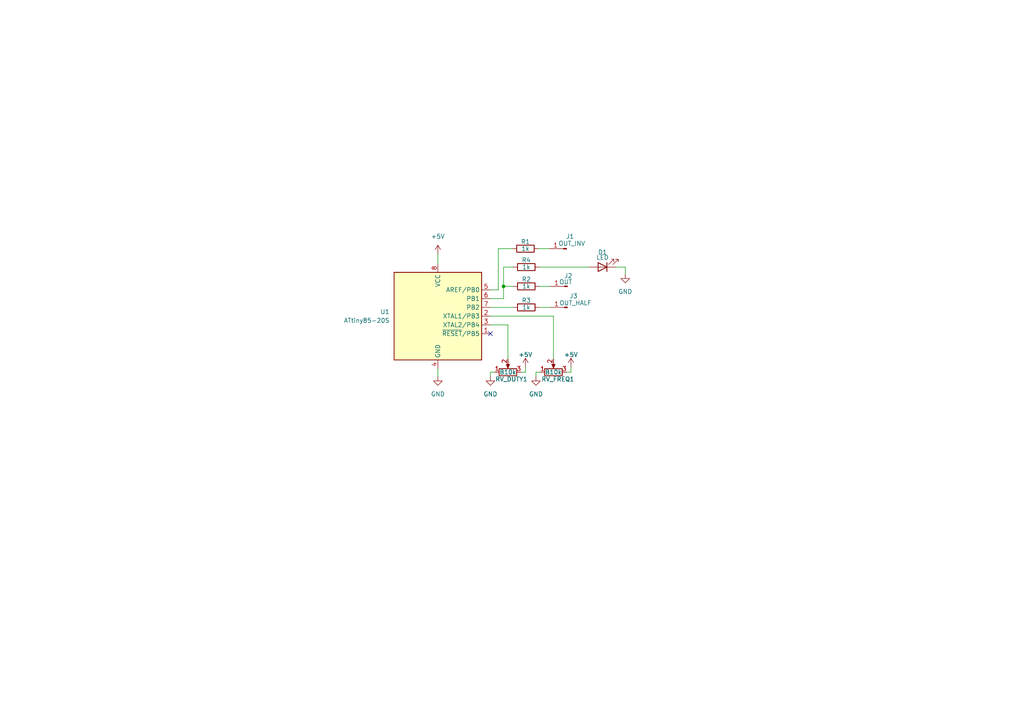
<source format=kicad_sch>
(kicad_sch (version 20230121) (generator eeschema)
  (paper "A4")
  (lib_symbols
    (symbol "Connector:Conn_01x01_Pin" (pin_names (offset 1.016) hide)
      (property "Reference" "J" (at 0 2.54 0))
      (property "Value" "Conn_01x01_Pin" (at 0 -2.54 0))
      (symbol "Conn_01x01_Pin_1_1"
        (polyline (pts (xy 1.27 0) (xy 0.8636 0)) (stroke (width 0.1524)))
        (rectangle (start 0.8636 0.127) (end 0 -0.127) (stroke (width 0.1524)) (fill (type outline)))
        (pin passive line (at 5.08 0 180) (length 3.81) (name "Pin_1") (number "1"))
      )
    )
    (symbol "Device:LED" (pin_numbers hide) (pin_names (offset 1.016) hide)
      (property "Reference" "D" (at 0 2.54 0))
      (property "Value" "LED" (at 0 -2.54 0))
      (symbol "LED_0_1"
        (polyline (pts (xy -1.27 -1.27) (xy -1.27 1.27)) (stroke (width 0.254)))
        (polyline (pts (xy -1.27 0) (xy 1.27 0)))
        (polyline (pts (xy 1.27 -1.27) (xy 1.27 1.27) (xy -1.27 0) (xy 1.27 -1.27)) (stroke (width 0.254)))
        (polyline (pts (xy -3.048 -0.762) (xy -4.572 -2.286) (xy -3.81 -2.286) (xy -4.572 -2.286) (xy -4.572 -1.524)))
        (polyline (pts (xy -1.778 -0.762) (xy -3.302 -2.286) (xy -2.54 -2.286) (xy -3.302 -2.286) (xy -3.302 -1.524)))
      )
      (symbol "LED_1_1"
        (pin passive line (at -3.81 0 0) (length 2.54) (name "K") (number "1"))
        (pin passive line (at 3.81 0 180) (length 2.54) (name "A") (number "2"))
      )
    )
    (symbol "Device:R" (pin_numbers hide) (pin_names (offset 0))
      (property "Reference" "R" (at 2.032 0 90))
      (property "Value" "R" (at 0 0 90))
      (symbol "R_0_1"
        (rectangle (start -1.016 -2.54) (end 1.016 2.54) (stroke (width 0.254)))
      )
      (symbol "R_1_1"
        (pin passive line (at 0 3.81 270) (length 1.27) (name "~") (number "1"))
        (pin passive line (at 0 -3.81 90) (length 1.27) (name "~") (number "2"))
      )
    )
    (symbol "Device:R_Potentiometer" (pin_names (offset 1.016) hide)
      (property "Reference" "RV" (at -4.445 0 90))
      (property "Value" "R_Potentiometer" (at -2.54 0 90))
      (symbol "R_Potentiometer_0_1"
        (polyline (pts (xy 2.54 0) (xy 1.524 0)))
        (polyline (pts (xy 1.143 0) (xy 2.286 0.508) (xy 2.286 -0.508) (xy 1.143 0)) (fill (type outline)))
        (rectangle (start 1.016 2.54) (end -1.016 -2.54) (stroke (width 0.254)))
      )
      (symbol "R_Potentiometer_1_1"
        (pin passive line (at 0 3.81 270) (length 1.27) (name "1") (number "1"))
        (pin passive line (at 3.81 0 180) (length 1.27) (name "2") (number "2"))
        (pin passive line (at 0 -3.81 90) (length 1.27) (name "3") (number "3"))
      )
    )
    (symbol "MCU_Microchip_ATtiny:ATtiny85-20S"
      (property "Reference" "U" (at -12.7 13.97 0))
      (property "Value" "ATtiny85-20S" (at 2.54 -13.97 0))
      (symbol "ATtiny85-20S_0_1"
        (rectangle (start -12.7 -12.7) (end 12.7 12.7) (stroke (width 0.254)) (fill (type background)))
      )
      (symbol "ATtiny85-20S_1_1"
        (pin bidirectional line (at 15.24 -5.08 180) (length 2.54) (name "~{RESET}/PB5") (number "1"))
        (pin bidirectional line (at 15.24 0 180) (length 2.54) (name "XTAL1/PB3") (number "2"))
        (pin bidirectional line (at 15.24 -2.54 180) (length 2.54) (name "XTAL2/PB4") (number "3"))
        (pin power_in line (at 0 -15.24 90) (length 2.54) (name "GND") (number "4"))
        (pin bidirectional line (at 15.24 7.62 180) (length 2.54) (name "AREF/PB0") (number "5"))
        (pin bidirectional line (at 15.24 5.08 180) (length 2.54) (name "PB1") (number "6"))
        (pin bidirectional line (at 15.24 2.54 180) (length 2.54) (name "PB2") (number "7"))
        (pin power_in line (at 0 15.24 270) (length 2.54) (name "VCC") (number "8"))
      )
    )
    (symbol "power:+5V" (power) (pin_names (offset 0))
      (property "Value" "+5V" (at 0 3.556 0))
      (symbol "+5V_0_1"
        (polyline (pts (xy -0.762 1.27) (xy 0 2.54)))
        (polyline (pts (xy 0 0) (xy 0 2.54)))
        (polyline (pts (xy 0 2.54) (xy 0.762 1.27)))
      )
      (symbol "+5V_1_1"
        (pin power_in line (at 0 0 90) (length 0) hide (name "+5V") (number "1"))
      )
    )
    (symbol "power:GND" (power) (pin_names (offset 0))
      (property "Value" "GND" (at 0 -3.81 0))
      (symbol "GND_0_1"
        (polyline (pts (xy 0 0) (xy 0 -1.27) (xy 1.27 -1.27) (xy 0 -2.54) (xy -1.27 -1.27) (xy 0 -1.27)))
      )
      (symbol "GND_1_1"
        (pin power_in line (at 0 0 270) (length 0) hide (name "GND") (number "1"))
      )
    )
  )
  (junction (at 146.05 83.058))
  (no_connect (at 142.24 96.774))
  (wire (pts (xy 144.526 84.074) (xy 142.24 84.074)))
  (wire (pts (xy 142.24 86.614) (xy 146.05 86.614)))
  (wire (pts (xy 156.21 72.136) (xy 159.258 72.136)))
  (wire (pts (xy 127 73.66) (xy 127 76.454)))
  (wire (pts (xy 148.59 72.136) (xy 144.526 72.136)))
  (wire (pts (xy 181.356 77.47) (xy 181.356 79.502)))
  (wire (pts (xy 144.526 72.136) (xy 144.526 84.074)))
  (wire (pts (xy 155.448 109.22) (xy 155.448 107.95)))
  (wire (pts (xy 127 106.934) (xy 127 109.22)))
  (wire (pts (xy 156.464 89.154) (xy 159.512 89.154)))
  (wire (pts (xy 181.356 77.47) (xy 178.562 77.47)))
  (wire (pts (xy 142.24 109.22) (xy 142.24 107.95)))
  (wire (pts (xy 152.4 107.95) (xy 151.13 107.95)))
  (wire (pts (xy 146.05 77.47) (xy 148.844 77.47)))
  (wire (pts (xy 152.4 106.426) (xy 152.4 107.95)))
  (wire (pts (xy 146.05 83.058) (xy 146.05 86.614)))
  (wire (pts (xy 146.05 77.47) (xy 146.05 83.058)))
  (wire (pts (xy 147.32 94.234) (xy 147.32 104.14)))
  (wire (pts (xy 160.528 104.14) (xy 160.528 91.694)))
  (wire (pts (xy 142.24 107.95) (xy 143.51 107.95)))
  (wire (pts (xy 142.24 94.234) (xy 147.32 94.234)))
  (wire (pts (xy 156.464 83.058) (xy 159.512 83.058)))
  (wire (pts (xy 160.528 91.694) (xy 142.24 91.694)))
  (wire (pts (xy 155.448 107.95) (xy 156.718 107.95)))
  (wire (pts (xy 156.464 77.47) (xy 170.942 77.47)))
  (wire (pts (xy 146.05 83.058) (xy 148.844 83.058)))
  (wire (pts (xy 165.608 107.95) (xy 164.338 107.95)))
  (wire (pts (xy 165.608 106.426) (xy 165.608 107.95)))
  (wire (pts (xy 142.24 89.154) (xy 148.844 89.154)))
  (symbol (lib_id "Connector:Conn_01x01_Pin") (at 164.592 89.154 180) (unit 1)
    (property "Reference" "J3" (at 166.37 85.852 0))
    (property "Value" "OUT_HALF" (at 166.878 87.884 0))
  )
  (symbol (lib_id "power:+5V") (at 165.608 106.426 0) (unit 1)
    (property "Reference" "#PWR04" (effects hide))
    (property "Value" "+5V" (at 165.608 102.87 0))
  )
  (symbol (lib_id "Device:R") (at 152.654 89.154 90) (unit 1)
    (property "Reference" "R3" (at 152.654 87.122 90))
    (property "Value" "1k" (at 152.654 89.154 90))
  )
  (symbol (lib_id "power:GND") (at 181.356 79.502 0) (unit 1)
    (property "Reference" "#PWR07" (effects hide))
    (property "Value" "GND" (at 181.356 84.582 0))
  )
  (symbol (lib_id "Connector:Conn_01x01_Pin") (at 164.338 72.136 180) (unit 1)
    (property "Reference" "J1" (at 165.354 68.58 0))
    (property "Value" "OUT_INV" (at 165.862 70.612 0))
  )
  (symbol (lib_id "MCU_Microchip_ATtiny:ATtiny85-20S") (at 127 91.694 0) (unit 1)
    (property "Reference" "U1" (at 113.03 90.424 0) (effects (justify right)))
    (property "Value" "ATtiny85-20S" (at 113.03 92.964 0) (effects (justify right)))
    (property "Footprint" "Package_SO:SOIC-8W_5.3x5.3mm_P1.27mm" (effects hide))
    (property "Datasheet" "http://ww1.microchip.com/downloads/en/DeviceDoc/atmel-2586-avr-8-bit-microcontroller-attiny25-attiny45-attiny85_datasheet.pdf" (effects hide))
  )
  (symbol (lib_id "Device:R") (at 152.654 83.058 90) (unit 1)
    (property "Reference" "R2" (at 152.654 81.026 90))
    (property "Value" "1k" (at 152.654 83.058 90))
  )
  (symbol (lib_id "Device:R") (at 152.4 72.136 90) (unit 1)
    (property "Reference" "R1" (at 152.4 70.104 90))
    (property "Value" "1k" (at 152.4 72.136 90))
  )
  (symbol (lib_id "Connector:Conn_01x01_Pin") (at 164.592 83.058 180) (unit 1)
    (property "Reference" "J2" (at 164.846 80.01 0))
    (property "Value" "OUT" (at 164.084 81.788 0))
  )
  (symbol (lib_id "Device:R") (at 152.654 77.47 90) (unit 1)
    (property "Reference" "R4" (at 152.654 75.438 90))
    (property "Value" "1k" (at 152.654 77.47 90))
  )
  (symbol (lib_id "Device:R_Potentiometer") (at 147.32 107.95 90) (unit 1)
    (property "Reference" "RV_DUTY1" (at 148.336 109.982 90))
    (property "Value" "B10k" (at 147.32 107.95 90))
  )
  (symbol (lib_id "Device:R_Potentiometer") (at 160.528 107.95 90) (unit 1)
    (property "Reference" "RV_FREQ1" (at 161.798 109.982 90))
    (property "Value" "B10k" (at 160.528 107.95 90))
  )
  (symbol (lib_id "Device:LED") (at 174.752 77.47 180) (unit 1)
    (property "Reference" "D1" (at 174.752 73.152 0))
    (property "Value" "LED" (at 174.752 74.676 0))
  )
  (symbol (lib_id "power:+5V") (at 127 73.66 0) (unit 1)
    (property "Reference" "#PWR01" (effects hide))
    (property "Value" "+5V" (at 127 68.58 0))
  )
  (symbol (lib_id "power:GND") (at 142.24 109.22 0) (unit 1)
    (property "Reference" "#PWR05" (effects hide))
    (property "Value" "GND" (at 142.24 114.3 0))
  )
  (symbol (lib_id "power:+5V") (at 152.4 106.426 0) (unit 1)
    (property "Reference" "#PWR03" (effects hide))
    (property "Value" "+5V" (at 152.4 102.87 0))
  )
  (symbol (lib_id "power:GND") (at 127 109.22 0) (unit 1)
    (property "Reference" "#PWR02" (effects hide))
    (property "Value" "GND" (at 127 114.3 0))
  )
  (symbol (lib_id "power:GND") (at 155.448 109.22 0) (unit 1)
    (property "Reference" "#PWR06" (effects hide))
    (property "Value" "GND" (at 155.448 114.3 0))
  )
)
</source>
